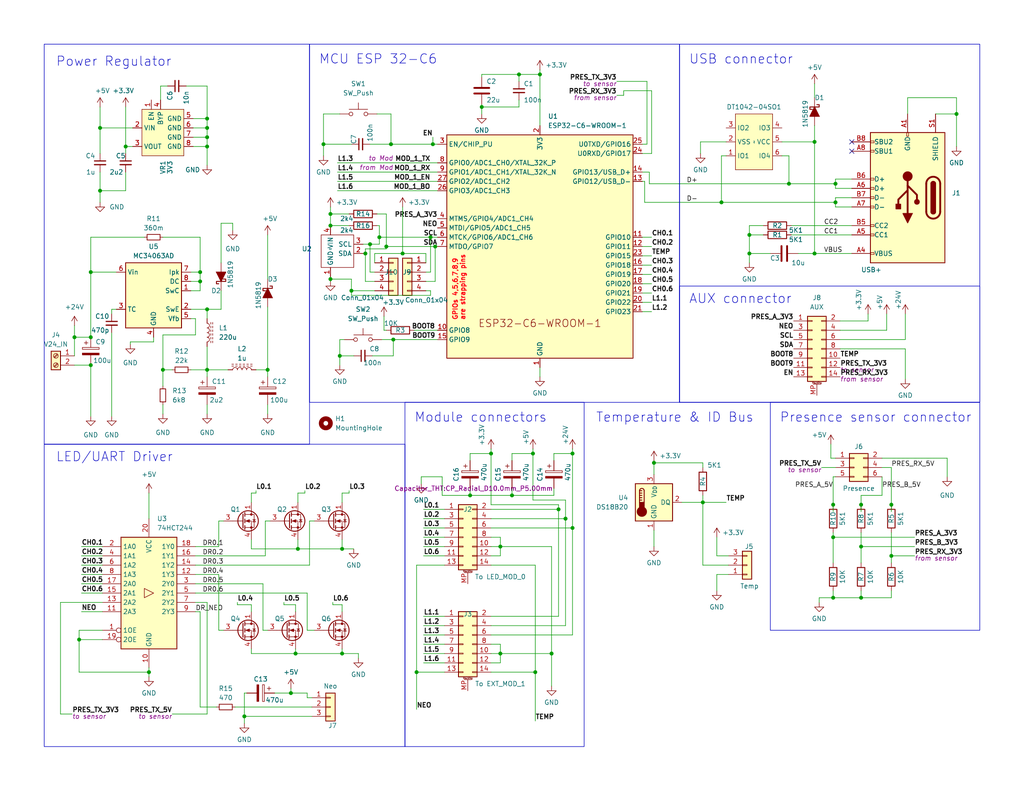
<source format=kicad_sch>
(kicad_sch (version 20230121) (generator eeschema)
  (paper "USLetter")
  (title_block (title "besteLampe! LED Main Moudule") (date "2024-01-07") (rev "1.0") (comment 1 "See  https://lenaschimmel.de/besteLampe! for the source and more information") (comment 2 "This source describes Open Hardware and is licensed under the CERN-OHL-S v2.") (comment 3 "Copyright 2024 Lena Schimmel <mail@lenaschimmel.de>") (comment 4 "Design for JLCPCB 1-2 Layer Service"))
  (junction (at 27.305 34.925))
  (junction (at 44.45 100.965))
  (junction (at 156.21 144.145))
  (junction (at 93.345 178.435))
  (junction (at 27.305 52.07))
  (junction (at 243.205 151.765))
  (junction (at 150.495 178.435))
  (junction (at 90.17 58.42))
  (junction (at 234.95 137.795))
  (junction (at 117.475 64.77))
  (junction (at 20.32 92.075))
  (junction (at 178.435 126.365))
  (junction (at 131.445 29.21))
  (junction (at 227.965 50.165))
  (junction (at 107.315 92.71))
  (junction (at 34.29 40.005))
  (junction (at 109.855 69.215))
  (junction (at 227.965 55.245))
  (junction (at 227.33 163.195))
  (junction (at 139.7 135.255))
  (junction (at 243.205 137.795))
  (junction (at 80.645 178.435))
  (junction (at 92.71 97.155))
  (junction (at 204.47 64.135))
  (junction (at 227.33 146.685))
  (junction (at 106.68 39.37))
  (junction (at 152.4 139.065))
  (junction (at 93.345 149.86))
  (junction (at 90.17 61.595))
  (junction (at 154.305 141.605))
  (junction (at 40.64 183.515))
  (junction (at 156.21 123.825))
  (junction (at 56.515 37.465))
  (junction (at 56.515 32.385))
  (junction (at 234.95 163.195))
  (junction (at 99.695 69.215))
  (junction (at 79.375 189.23))
  (junction (at 204.47 69.215))
  (junction (at 196.85 55.245))
  (junction (at 100.965 66.675))
  (junction (at 66.675 195.58))
  (junction (at 215.265 50.165))
  (junction (at 90.17 76.2))
  (junction (at 141.605 20.32))
  (junction (at 146.05 183.515))
  (junction (at 145.415 123.825))
  (junction (at 24.765 92.075))
  (junction (at 24.765 74.295))
  (junction (at 128.27 135.255))
  (junction (at 24.765 99.695))
  (junction (at 234.95 149.225))
  (junction (at 56.515 84.455))
  (junction (at 136.525 178.435))
  (junction (at 113.665 183.515))
  (junction (at 136.525 149.225))
  (junction (at 54.61 76.835))
  (junction (at 81.28 149.86))
  (junction (at 133.985 123.825))
  (junction (at 260.985 31.115))
  (junction (at 191.77 137.16))
  (junction (at 56.515 34.925))
  (junction (at 227.33 137.795))
  (junction (at 21.59 174.625))
  (junction (at 118.11 39.37))
  (junction (at 56.515 100.965))
  (junction (at 88.265 39.37))
  (junction (at 147.32 20.32))
  (junction (at 73.025 100.965))
  (junction (at 222.25 38.735))
  (junction (at 222.25 69.215))
  (junction (at 54.61 74.295))
  (junction (at 103.505 64.77))
  (junction (at 118.745 67.31))
  (junction (at 105.41 67.31))
  (junction (at 56.515 40.005))
  (junction (at 95.885 79.375))
  (no_connect (at 232.41 38.735))
  (no_connect (at 232.41 41.275))
  (wire (pts (xy 69.85 134.62) (xy 68.58 134.62)))
  (wire (pts (xy 44.45 91.44) (xy 44.45 100.965)))
  (wire (pts (xy 147.32 100.33) (xy 147.32 102.87)))
  (wire (pts (xy 83.82 161.925) (xy 83.82 172.085)))
  (wire (pts (xy 92.71 97.155) (xy 96.52 97.155)))
  (wire (pts (xy 102.87 31.115) (xy 106.68 31.115)))
  (wire (pts (xy 52.07 100.965) (xy 56.515 100.965)))
  (wire (pts (xy 120.65 130.175) (xy 120.65 135.255)))
  (wire (pts (xy 20.32 88.9) (xy 20.32 92.075)))
  (wire (pts (xy 100.965 66.675) (xy 103.505 66.675)))
  (wire (pts (xy 175.26 82.55) (xy 177.8 82.55)))
  (wire (pts (xy 103.505 61.595) (xy 103.505 64.77)))
  (wire (pts (xy 191.77 137.16) (xy 191.77 135.255)))
  (wire (pts (xy 147.32 20.32) (xy 147.32 34.29)))
  (wire (pts (xy 56.515 164.465) (xy 53.34 164.465)))
  (wire (pts (xy 34.29 40.005) (xy 34.29 41.91)))
  (wire (pts (xy 22.225 161.925) (xy 27.94 161.925)))
  (wire (pts (xy 68.58 134.62) (xy 68.58 137.16)))
  (wire (pts (xy 176.53 39.37) (xy 176.53 22.225)))
  (wire (pts (xy 213.36 42.545) (xy 215.265 42.545)))
  (wire (pts (xy 234.95 139.7) (xy 234.95 137.795)))
  (wire (pts (xy 116.205 69.215) (xy 109.855 69.215)))
  (wire (pts (xy 102.235 69.215) (xy 109.855 69.215)))
  (wire (pts (xy 56.515 94.615) (xy 56.515 100.965)))
  (wire (pts (xy 60.325 84.455) (xy 60.325 79.375)))
  (wire (pts (xy 156.21 122.555) (xy 156.21 123.825)))
  (wire (pts (xy 59.69 149.225) (xy 59.69 142.24)))
  (wire (pts (xy 222.25 34.29) (xy 222.25 38.735)))
  (wire (pts (xy 93.345 134.62) (xy 93.345 137.16)))
  (wire (pts (xy 116.205 79.375) (xy 117.475 79.375)))
  (wire (pts (xy 93.345 165.1) (xy 93.345 167.005)))
  (wire (pts (xy 118.745 67.31) (xy 119.38 67.31)))
  (wire (pts (xy 243.205 151.765) (xy 243.205 153.67)))
  (wire (pts (xy 208.28 61.595) (xy 204.47 61.595)))
  (wire (pts (xy 79.375 189.23) (xy 79.375 187.96)))
  (wire (pts (xy 99.06 66.675) (xy 100.965 66.675)))
  (wire (pts (xy 72.39 142.24) (xy 73.66 142.24)))
  (wire (pts (xy 92.075 46.99) (xy 119.38 46.99)))
  (wire (pts (xy 102.235 71.755) (xy 102.235 69.215)))
  (wire (pts (xy 52.705 37.465) (xy 56.515 37.465)))
  (wire (pts (xy 234.95 163.195) (xy 243.205 163.195)))
  (wire (pts (xy 175.26 80.01) (xy 177.8 80.01)))
  (wire (pts (xy 102.235 79.375) (xy 95.885 79.375)))
  (wire (pts (xy 56.515 34.925) (xy 56.515 37.465)))
  (wire (pts (xy 60.325 60.96) (xy 60.325 71.755)))
  (wire (pts (xy 175.26 85.09) (xy 177.8 85.09)))
  (wire (pts (xy 27.94 172.085) (xy 21.59 172.085)))
  (wire (pts (xy 100.965 74.295) (xy 100.965 66.675)))
  (wire (pts (xy 152.4 139.065) (xy 152.4 168.275)))
  (wire (pts (xy 198.12 38.735) (xy 191.135 38.735)))
  (wire (pts (xy 227.965 56.515) (xy 227.965 55.245)))
  (wire (pts (xy 83.185 134.62) (xy 81.28 134.62)))
  (wire (pts (xy 215.9 64.135) (xy 232.41 64.135)))
  (wire (pts (xy 88.265 39.37) (xy 95.885 39.37)))
  (wire (pts (xy 95.25 61.595) (xy 90.17 61.595)))
  (wire (pts (xy 53.34 86.995) (xy 52.07 86.995)))
  (wire (pts (xy 114.935 130.175) (xy 120.65 130.175)))
  (wire (pts (xy 27.305 52.07) (xy 27.305 46.99)))
  (wire (pts (xy 54.61 74.295) (xy 54.61 64.77)))
  (wire (pts (xy 128.27 123.825) (xy 133.985 123.825)))
  (wire (pts (xy 54.61 79.375) (xy 52.07 79.375)))
  (wire (pts (xy 80.645 177.165) (xy 80.645 178.435)))
  (wire (pts (xy 90.17 58.42) (xy 95.25 58.42)))
  (wire (pts (xy 191.77 126.365) (xy 178.435 126.365)))
  (wire (pts (xy 54.61 76.835) (xy 52.07 76.835)))
  (wire (pts (xy 73.025 64.135) (xy 73.025 76.2)))
  (wire (pts (xy 226.695 125.095) (xy 227.965 125.095)))
  (wire (pts (xy 63.5 60.96) (xy 60.325 60.96)))
  (wire (pts (xy 90.17 75.565) (xy 90.17 76.2)))
  (wire (pts (xy 97.79 178.435) (xy 97.79 179.705)))
  (wire (pts (xy 133.985 180.975) (xy 136.525 180.975)))
  (wire (pts (xy 175.895 55.245) (xy 196.85 55.245)))
  (wire (pts (xy 53.34 167.005) (xy 54.61 167.005)))
  (wire (pts (xy 234.95 153.67) (xy 234.95 149.225)))
  (wire (pts (xy 115.57 168.275) (xy 121.285 168.275)))
  (wire (pts (xy 128.27 133.35) (xy 128.27 135.255)))
  (wire (pts (xy 147.32 19.05) (xy 147.32 20.32)))
  (wire (pts (xy 44.45 100.965) (xy 44.45 105.41)))
  (wire (pts (xy 136.525 146.685) (xy 136.525 149.225)))
  (wire (pts (xy 113.665 154.305) (xy 121.285 154.305)))
  (wire (pts (xy 44.45 110.49) (xy 44.45 113.03)))
  (wire (pts (xy 54.61 167.005) (xy 54.61 193.04)))
  (wire (pts (xy 175.26 67.31) (xy 177.8 67.31)))
  (wire (pts (xy 186.055 137.16) (xy 191.77 137.16)))
  (wire (pts (xy 90.17 56.515) (xy 90.17 58.42)))
  (wire (pts (xy 222.25 22.86) (xy 222.25 26.67)))
  (wire (pts (xy 118.745 76.835) (xy 118.745 67.31)))
  (wire (pts (xy 107.315 92.71) (xy 104.14 92.71)))
  (wire (pts (xy 128.27 135.255) (xy 139.7 135.255)))
  (wire (pts (xy 53.34 149.225) (xy 59.69 149.225)))
  (wire (pts (xy 20.32 97.155) (xy 20.32 92.075)))
  (wire (pts (xy 83.82 172.085) (xy 85.725 172.085)))
  (wire (pts (xy 175.895 49.53) (xy 175.895 55.245)))
  (wire (pts (xy 39.37 64.77) (xy 24.765 64.77)))
  (wire (pts (xy 115.57 141.605) (xy 121.285 141.605)))
  (wire (pts (xy 81.28 149.86) (xy 68.58 149.86)))
  (wire (pts (xy 64.135 193.04) (xy 85.09 193.04)))
  (wire (pts (xy 260.985 31.115) (xy 260.985 40.005)))
  (wire (pts (xy 84.455 142.24) (xy 85.725 142.24)))
  (wire (pts (xy 107.315 97.155) (xy 107.315 92.71)))
  (wire (pts (xy 191.77 137.16) (xy 198.12 137.16)))
  (wire (pts (xy 240.665 127.635) (xy 243.205 127.635)))
  (wire (pts (xy 53.34 86.995) (xy 53.34 91.44)))
  (wire (pts (xy 103.505 66.675) (xy 103.505 64.77)))
  (wire (pts (xy 106.68 39.37) (xy 118.11 39.37)))
  (wire (pts (xy 175.895 49.53) (xy 175.26 49.53)))
  (wire (pts (xy 79.375 189.23) (xy 83.82 189.23)))
  (wire (pts (xy 236.855 87.63) (xy 236.855 85.725)))
  (wire (pts (xy 54.61 74.295) (xy 52.07 74.295)))
  (wire (pts (xy 83.82 189.23) (xy 83.82 190.5)))
  (wire (pts (xy 113.665 183.515) (xy 121.285 183.515)))
  (wire (pts (xy 118.11 37.465) (xy 118.11 39.37)))
  (wire (pts (xy 227.965 55.245) (xy 227.965 53.975)))
  (wire (pts (xy 59.69 156.845) (xy 59.69 172.085)))
  (wire (pts (xy 227.33 163.195) (xy 227.33 161.29)))
  (wire (pts (xy 215.265 42.545) (xy 215.265 50.165)))
  (wire (pts (xy 178.435 144.78) (xy 178.435 149.225)))
  (wire (pts (xy 195.58 151.765) (xy 195.58 146.685)))
  (wire (pts (xy 133.985 122.555) (xy 133.985 123.825)))
  (wire (pts (xy 83.82 190.5) (xy 85.09 190.5)))
  (wire (pts (xy 106.68 31.115) (xy 106.68 39.37)))
  (wire (pts (xy 227.965 51.435) (xy 232.41 51.435)))
  (wire (pts (xy 56.515 100.965) (xy 62.23 100.965)))
  (wire (pts (xy 191.77 127.635) (xy 191.77 126.365)))
  (wire (pts (xy 93.345 177.165) (xy 93.345 178.435)))
  (wire (pts (xy 59.69 142.24) (xy 60.96 142.24)))
  (wire (pts (xy 40.64 183.515) (xy 40.64 184.785)))
  (wire (pts (xy 229.235 90.17) (xy 241.935 90.17)))
  (wire (pts (xy 145.415 136.525) (xy 145.415 123.825)))
  (wire (pts (xy 196.85 55.245) (xy 227.965 55.245)))
  (wire (pts (xy 40.64 134.62) (xy 40.64 141.605)))
  (wire (pts (xy 102.235 74.295) (xy 100.965 74.295)))
  (wire (pts (xy 113.665 193.675) (xy 113.665 183.515)))
  (wire (pts (xy 131.445 29.21) (xy 131.445 31.115)))
  (wire (pts (xy 154.305 136.525) (xy 145.415 136.525)))
  (wire (pts (xy 170.18 26.035) (xy 170.18 24.765)))
  (wire (pts (xy 73.025 100.965) (xy 69.85 100.965)))
  (wire (pts (xy 103.505 64.77) (xy 117.475 64.77)))
  (wire (pts (xy 115.57 180.975) (xy 121.285 180.975)))
  (wire (pts (xy 66.675 189.23) (xy 66.675 195.58)))
  (wire (pts (xy 24.765 92.075) (xy 24.765 74.295)))
  (wire (pts (xy 56.515 32.385) (xy 56.515 34.925)))
  (wire (pts (xy 95.885 80.645) (xy 95.885 79.375)))
  (wire (pts (xy 71.755 159.385) (xy 53.34 159.385)))
  (wire (pts (xy 115.57 173.355) (xy 121.285 173.355)))
  (wire (pts (xy 133.985 154.305) (xy 146.05 154.305)))
  (wire (pts (xy 74.93 189.23) (xy 79.375 189.23)))
  (wire (pts (xy 22.225 167.005) (xy 27.94 167.005)))
  (wire (pts (xy 53.34 91.44) (xy 44.45 91.44)))
  (wire (pts (xy 22.225 151.765) (xy 27.94 151.765)))
  (wire (pts (xy 227.33 130.175) (xy 227.965 130.175)))
  (wire (pts (xy 56.515 23.495) (xy 56.515 32.385)))
  (wire (pts (xy 247.015 95.25) (xy 247.015 103.505)))
  (wire (pts (xy 71.755 172.085) (xy 73.025 172.085)))
  (wire (pts (xy 133.985 175.895) (xy 136.525 175.895)))
  (wire (pts (xy 115.57 178.435) (xy 121.285 178.435)))
  (wire (pts (xy 241.935 85.725) (xy 241.935 90.17)))
  (wire (pts (xy 56.515 110.49) (xy 56.515 113.03)))
  (wire (pts (xy 68.58 177.165) (xy 68.58 178.435)))
  (wire (pts (xy 170.18 24.765) (xy 177.8 24.765)))
  (wire (pts (xy 92.075 49.53) (xy 119.38 49.53)))
  (wire (pts (xy 92.71 97.155) (xy 92.71 99.695)))
  (wire (pts (xy 104.775 90.17) (xy 105.41 90.17)))
  (wire (pts (xy 115.57 144.145) (xy 121.285 144.145)))
  (wire (pts (xy 30.48 84.455) (xy 31.75 84.455)))
  (wire (pts (xy 88.265 39.37) (xy 88.265 42.545)))
  (wire (pts (xy 103.505 61.595) (xy 102.87 61.595)))
  (wire (pts (xy 175.26 41.91) (xy 177.8 41.91)))
  (wire (pts (xy 22.225 156.845) (xy 27.94 156.845)))
  (wire (pts (xy 117.475 64.77) (xy 119.38 64.77)))
  (wire (pts (xy 136.525 149.225) (xy 150.495 149.225)))
  (wire (pts (xy 152.4 137.795) (xy 152.4 139.065)))
  (wire (pts (xy 175.26 69.85) (xy 177.8 69.85)))
  (wire (pts (xy 178.435 126.365) (xy 178.435 129.54)))
  (wire (pts (xy 217.805 69.215) (xy 222.25 69.215)))
  (wire (pts (xy 227.965 48.895) (xy 227.965 50.165)))
  (wire (pts (xy 243.205 139.7) (xy 243.205 137.795)))
  (wire (pts (xy 133.985 139.065) (xy 152.4 139.065)))
  (wire (pts (xy 133.985 178.435) (xy 136.525 178.435)))
  (wire (pts (xy 105.41 67.31) (xy 105.41 67.945)))
  (wire (pts (xy 168.275 26.035) (xy 170.18 26.035)))
  (wire (pts (xy 56.515 100.965) (xy 56.515 102.87)))
  (wire (pts (xy 156.21 123.825) (xy 156.21 144.145)))
  (wire (pts (xy 175.26 74.93) (xy 177.8 74.93)))
  (wire (pts (xy 227.33 146.685) (xy 227.33 145.415)))
  (wire (pts (xy 198.755 151.765) (xy 195.58 151.765)))
  (wire (pts (xy 131.445 28.575) (xy 131.445 29.21)))
  (wire (pts (xy 41.91 93.345) (xy 41.91 92.075)))
  (wire (pts (xy 95.25 133.985) (xy 95.25 134.62)))
  (wire (pts (xy 198.755 154.305) (xy 191.77 154.305)))
  (wire (pts (xy 35.56 93.98) (xy 35.56 93.345)))
  (wire (pts (xy 90.805 164.465) (xy 90.805 165.1)))
  (wire (pts (xy 243.205 127.635) (xy 243.205 137.795)))
  (wire (pts (xy 131.445 20.955) (xy 131.445 20.32)))
  (wire (pts (xy 115.57 149.225) (xy 121.285 149.225)))
  (wire (pts (xy 139.7 123.825) (xy 145.415 123.825)))
  (wire (pts (xy 118.11 39.37) (xy 119.38 39.37)))
  (wire (pts (xy 56.515 37.465) (xy 56.515 40.005)))
  (wire (pts (xy 72.39 151.765) (xy 72.39 142.24)))
  (wire (pts (xy 133.985 151.765) (xy 136.525 151.765)))
  (wire (pts (xy 175.26 64.77) (xy 177.8 64.77)))
  (wire (pts (xy 64.77 164.465) (xy 64.77 165.1)))
  (wire (pts (xy 21.59 174.625) (xy 27.94 174.625)))
  (wire (pts (xy 141.605 27.305) (xy 141.605 29.21)))
  (wire (pts (xy 247.65 31.115) (xy 247.65 26.67)))
  (wire (pts (xy 120.65 135.255) (xy 128.27 135.255)))
  (wire (pts (xy 133.985 123.825) (xy 133.985 137.795)))
  (wire (pts (xy 133.985 149.225) (xy 136.525 149.225)))
  (wire (pts (xy 53.34 156.845) (xy 59.69 156.845)))
  (wire (pts (xy 154.305 141.605) (xy 154.305 170.815)))
  (wire (pts (xy 215.9 61.595) (xy 232.41 61.595)))
  (wire (pts (xy 139.7 133.35) (xy 139.7 135.255)))
  (wire (pts (xy 117.475 80.645) (xy 95.885 80.645)))
  (wire (pts (xy 141.605 20.32) (xy 147.32 20.32)))
  (wire (pts (xy 107.315 92.71) (xy 119.38 92.71)))
  (wire (pts (xy 43.815 23.495) (xy 43.815 27.305)))
  (wire (pts (xy 30.48 90.805) (xy 30.48 113.665)))
  (wire (pts (xy 88.265 39.37) (xy 88.265 31.115)))
  (wire (pts (xy 234.95 163.195) (xy 234.95 161.29)))
  (wire (pts (xy 115.57 139.065) (xy 121.285 139.065)))
  (wire (pts (xy 177.8 24.765) (xy 177.8 41.91)))
  (wire (pts (xy 99.695 67.945) (xy 99.695 69.215)))
  (wire (pts (xy 227.33 139.7) (xy 227.33 137.795)))
  (wire (pts (xy 113.665 183.515) (xy 113.665 154.305)))
  (wire (pts (xy 227.33 163.195) (xy 234.95 163.195)))
  (wire (pts (xy 146.05 154.305) (xy 146.05 183.515)))
  (wire (pts (xy 133.985 146.685) (xy 136.525 146.685)))
  (wire (pts (xy 22.225 154.305) (xy 27.94 154.305)))
  (wire (pts (xy 175.26 77.47) (xy 177.8 77.47)))
  (wire (pts (xy 53.34 151.765) (xy 72.39 151.765)))
  (wire (pts (xy 50.8 23.495) (xy 56.515 23.495)))
  (wire (pts (xy 24.765 99.695) (xy 24.765 113.665)))
  (wire (pts (xy 56.515 84.455) (xy 56.515 86.995)))
  (wire (pts (xy 224.155 127.635) (xy 227.965 127.635)))
  (wire (pts (xy 102.235 76.835) (xy 99.695 76.835)))
  (wire (pts (xy 131.445 20.32) (xy 141.605 20.32)))
  (wire (pts (xy 20.32 92.075) (xy 24.765 92.075)))
  (wire (pts (xy 232.41 69.215) (xy 222.25 69.215)))
  (wire (pts (xy 116.205 76.835) (xy 118.745 76.835)))
  (wire (pts (xy 232.41 48.895) (xy 227.965 48.895)))
  (wire (pts (xy 204.47 64.135) (xy 208.28 64.135)))
  (wire (pts (xy 92.71 97.155) (xy 92.71 92.71)))
  (wire (pts (xy 27.305 34.925) (xy 36.195 34.925)))
  (wire (pts (xy 260.985 26.67) (xy 260.985 31.115)))
  (wire (pts (xy 234.95 149.225) (xy 249.555 149.225)))
  (wire (pts (xy 52.07 84.455) (xy 56.515 84.455)))
  (wire (pts (xy 90.805 165.1) (xy 93.345 165.1)))
  (wire (pts (xy 56.515 194.945) (xy 46.99 194.945)))
  (wire (pts (xy 196.85 42.545) (xy 196.85 55.245)))
  (wire (pts (xy 227.33 153.67) (xy 227.33 146.685)))
  (wire (pts (xy 16.51 164.465) (xy 16.51 194.945)))
  (wire (pts (xy 21.59 174.625) (xy 21.59 183.515)))
  (wire (pts (xy 56.515 84.455) (xy 60.325 84.455)))
  (wire (pts (xy 81.28 134.62) (xy 81.28 137.16)))
  (wire (pts (xy 229.235 87.63) (xy 236.855 87.63)))
  (wire (pts (xy 92.71 92.71) (xy 93.98 92.71)))
  (wire (pts (xy 105.41 58.42) (xy 105.41 67.31)))
  (wire (pts (xy 204.47 61.595) (xy 204.47 64.135)))
  (wire (pts (xy 45.72 23.495) (xy 43.815 23.495)))
  (wire (pts (xy 204.47 69.215) (xy 210.185 69.215)))
  (wire (pts (xy 73.025 83.82) (xy 73.025 100.965)))
  (wire (pts (xy 54.61 76.835) (xy 54.61 79.375)))
  (wire (pts (xy 34.29 40.005) (xy 36.195 40.005)))
  (wire (pts (xy 83.185 133.985) (xy 83.185 134.62)))
  (wire (pts (xy 213.36 38.735) (xy 222.25 38.735)))
  (wire (pts (xy 73.025 110.49) (xy 73.025 113.03)))
  (wire (pts (xy 54.61 64.77) (xy 44.45 64.77)))
  (wire (pts (xy 258.445 125.095) (xy 258.445 130.175)))
  (wire (pts (xy 223.52 163.195) (xy 223.52 164.465)))
  (wire (pts (xy 22.225 149.225) (xy 27.94 149.225)))
  (wire (pts (xy 114.935 132.08) (xy 114.935 130.175)))
  (wire (pts (xy 151.13 123.825) (xy 156.21 123.825)))
  (wire (pts (xy 195.58 161.29) (xy 195.58 156.845)))
  (wire (pts (xy 198.12 42.545) (xy 196.85 42.545)))
  (wire (pts (xy 90.17 76.2) (xy 90.17 76.835)))
  (wire (pts (xy 113.03 90.17) (xy 119.38 90.17)))
  (wire (pts (xy 133.985 144.145) (xy 156.21 144.145)))
  (wire (pts (xy 90.17 58.42) (xy 90.17 61.595)))
  (wire (pts (xy 80.645 165.1) (xy 80.645 167.005)))
  (wire (pts (xy 30.48 85.725) (xy 30.48 84.455)))
  (wire (pts (xy 80.645 178.435) (xy 93.345 178.435)))
  (wire (pts (xy 177.165 50.165) (xy 215.265 50.165)))
  (wire (pts (xy 100.965 39.37) (xy 106.68 39.37)))
  (wire (pts (xy 59.69 172.085) (xy 60.96 172.085)))
  (wire (pts (xy 151.13 135.255) (xy 151.13 133.35)))
  (wire (pts (xy 64.77 165.1) (xy 68.58 165.1)))
  (wire (pts (xy 21.59 183.515) (xy 40.64 183.515)))
  (wire (pts (xy 133.985 168.275) (xy 152.4 168.275)))
  (wire (pts (xy 227.33 146.685) (xy 249.555 146.685)))
  (wire (pts (xy 204.47 69.215) (xy 204.47 71.755)))
  (wire (pts (xy 40.64 182.245) (xy 40.64 183.515)))
  (wire (pts (xy 234.95 149.225) (xy 234.95 145.415)))
  (wire (pts (xy 247.65 26.67) (xy 260.985 26.67)))
  (wire (pts (xy 27.305 41.91) (xy 27.305 34.925)))
  (wire (pts (xy 67.31 189.23) (xy 66.675 189.23)))
  (wire (pts (xy 24.765 74.295) (xy 31.75 74.295)))
  (wire (pts (xy 175.26 46.99) (xy 177.165 46.99)))
  (wire (pts (xy 104.775 86.36) (xy 104.775 90.17)))
  (wire (pts (xy 227.965 50.165) (xy 227.965 51.435)))
  (wire (pts (xy 156.21 144.145) (xy 156.21 173.355)))
  (wire (pts (xy 178.435 125.73) (xy 178.435 126.365)))
  (wire (pts (xy 215.265 50.165) (xy 227.965 50.165)))
  (wire (pts (xy 204.47 64.135) (xy 204.47 69.215)))
  (wire (pts (xy 93.345 178.435) (xy 97.79 178.435)))
  (wire (pts (xy 99.06 69.215) (xy 99.695 69.215)))
  (wire (pts (xy 177.165 46.99) (xy 177.165 50.165)))
  (wire (pts (xy 68.58 178.435) (xy 80.645 178.435)))
  (wire (pts (xy 115.57 170.815) (xy 121.285 170.815)))
  (wire (pts (xy 133.985 170.815) (xy 154.305 170.815)))
  (wire (pts (xy 234.95 137.795) (xy 234.95 135.255)))
  (wire (pts (xy 117.475 79.375) (xy 117.475 80.645)))
  (wire (pts (xy 105.41 67.31) (xy 118.745 67.31)))
  (wire (pts (xy 191.135 38.735) (xy 191.135 41.91)))
  (wire (pts (xy 16.51 194.945) (xy 19.685 194.945)))
  (wire (pts (xy 85.09 195.58) (xy 66.675 195.58)))
  (wire (pts (xy 71.755 159.385) (xy 71.755 172.085)))
  (wire (pts (xy 84.455 154.305) (xy 84.455 142.24)))
  (wire (pts (xy 226.695 121.285) (xy 226.695 125.095)))
  (wire (pts (xy 232.41 56.515) (xy 227.965 56.515)))
  (wire (pts (xy 66.675 195.58) (xy 66.675 197.485)))
  (wire (pts (xy 52.705 34.925) (xy 56.515 34.925)))
  (wire (pts (xy 243.205 145.415) (xy 243.205 151.765)))
  (wire (pts (xy 139.7 125.73) (xy 139.7 123.825)))
  (wire (pts (xy 69.85 133.985) (xy 69.85 134.62)))
  (wire (pts (xy 88.265 31.115) (xy 92.71 31.115)))
  (wire (pts (xy 240.665 130.175) (xy 240.665 135.255)))
  (wire (pts (xy 195.58 156.845) (xy 198.755 156.845)))
  (wire (pts (xy 52.705 40.005) (xy 56.515 40.005)))
  (wire (pts (xy 115.57 146.685) (xy 121.285 146.685)))
  (wire (pts (xy 229.235 92.71) (xy 247.015 92.71)))
  (wire (pts (xy 35.56 93.345) (xy 41.91 93.345)))
  (wire (pts (xy 115.57 175.895) (xy 121.285 175.895)))
  (wire (pts (xy 240.665 135.255) (xy 234.95 135.255)))
  (wire (pts (xy 22.225 159.385) (xy 27.94 159.385)))
  (wire (pts (xy 128.27 125.73) (xy 128.27 123.825)))
  (wire (pts (xy 77.47 164.465) (xy 77.47 165.1)))
  (wire (pts (xy 223.52 163.195) (xy 227.33 163.195)))
  (wire (pts (xy 136.525 178.435) (xy 150.495 178.435)))
  (wire (pts (xy 24.765 64.77) (xy 24.765 74.295)))
  (wire (pts (xy 131.445 29.21) (xy 141.605 29.21)))
  (wire (pts (xy 133.985 141.605) (xy 154.305 141.605)))
  (wire (pts (xy 151.13 125.73) (xy 151.13 123.825)))
  (wire (pts (xy 109.855 69.215) (xy 109.855 56.515)))
  (wire (pts (xy 116.205 74.295) (xy 117.475 74.295)))
  (wire (pts (xy 154.305 136.525) (xy 154.305 141.605)))
  (wire (pts (xy 95.25 134.62) (xy 93.345 134.62)))
  (wire (pts (xy 116.205 71.755) (xy 116.205 69.215)))
  (wire (pts (xy 133.985 183.515) (xy 146.05 183.515)))
  (wire (pts (xy 145.415 123.825) (xy 145.415 122.555)))
  (wire (pts (xy 191.77 154.305) (xy 191.77 137.16)))
  (wire (pts (xy 139.7 135.255) (xy 151.13 135.255)))
  (wire (pts (xy 146.05 196.85) (xy 146.05 183.515)))
  (wire (pts (xy 34.29 29.21) (xy 34.29 40.005)))
  (wire (pts (xy 52.705 32.385) (xy 56.515 32.385)))
  (wire (pts (xy 222.25 38.735) (xy 222.25 69.215)))
  (wire (pts (xy 56.515 40.005) (xy 56.515 45.085)))
  (wire (pts (xy 175.26 72.39) (xy 177.8 72.39)))
  (wire (pts (xy 54.61 193.04) (xy 59.055 193.04)))
  (wire (pts (xy 247.015 92.71) (xy 247.015 85.725)))
  (wire (pts (xy 243.205 151.765) (xy 249.555 151.765)))
  (wire (pts (xy 99.695 76.835) (xy 99.695 69.215)))
  (wire (pts (xy 175.26 39.37) (xy 176.53 39.37)))
  (wire (pts (xy 95.885 76.2) (xy 90.17 76.2)))
  (wire (pts (xy 44.45 100.965) (xy 46.99 100.965)))
  (wire (pts (xy 27.305 29.21) (xy 27.305 34.925)))
  (wire (pts (xy 150.495 149.225) (xy 150.495 178.435)))
  (wire (pts (xy 136.525 175.895) (xy 136.525 178.435)))
  (wire (pts (xy 93.345 149.86) (xy 96.52 149.86)))
  (wire (pts (xy 168.275 22.225) (xy 176.53 22.225)))
  (wire (pts (xy 255.27 31.115) (xy 260.985 31.115)))
  (wire (pts (xy 77.47 165.1) (xy 80.645 165.1)))
  (wire (pts (xy 54.61 74.295) (xy 54.61 76.835)))
  (wire (pts (xy 229.235 95.25) (xy 247.015 95.25)))
  (wire (pts (xy 68.58 165.1) (xy 68.58 167.005)))
  (wire (pts (xy 81.28 147.32) (xy 81.28 149.86)))
  (wire (pts (xy 93.345 149.86) (xy 81.28 149.86)))
  (wire (pts (xy 68.58 149.86) (xy 68.58 147.32)))
  (wire (pts (xy 115.57 151.765) (xy 121.285 151.765)))
  (wire (pts (xy 73.025 102.87) (xy 73.025 100.965)))
  (wire (pts (xy 83.82 161.925) (xy 53.34 161.925)))
  (wire (pts (xy 92.075 44.45) (xy 119.38 44.45)))
  (wire (pts (xy 150.495 178.435) (xy 150.495 187.325)))
  (wire (pts (xy 63.5 62.865) (xy 63.5 60.96)))
  (wire (pts (xy 93.345 147.32) (xy 93.345 149.86)))
  (wire (pts (xy 56.515 164.465) (xy 56.515 194.945)))
  (wire (pts (xy 27.305 52.07) (xy 34.29 52.07)))
  (wire (pts (xy 95.885 79.375) (xy 95.885 76.2)))
  (wire (pts (xy 243.205 163.195) (xy 243.205 161.29)))
  (wire (pts (xy 227.33 130.175) (xy 227.33 137.795)))
  (wire (pts (xy 102.87 58.42) (xy 105.41 58.42)))
  (wire (pts (xy 21.59 172.085) (xy 21.59 174.625)))
  (wire (pts (xy 101.6 97.155) (xy 107.315 97.155)))
  (wire (pts (xy 34.29 46.99) (xy 34.29 52.07)))
  (wire (pts (xy 141.605 20.32) (xy 141.605 22.225)))
  (wire (pts (xy 117.475 74.295) (xy 117.475 64.77)))
  (wire (pts (xy 99.695 67.945) (xy 105.41 67.945)))
  (wire (pts (xy 227.965 53.975) (xy 232.41 53.975)))
  (wire (pts (xy 27.305 55.245) (xy 27.305 52.07)))
  (wire (pts (xy 92.075 52.07) (xy 119.38 52.07)))
  (wire (pts (xy 53.34 154.305) (xy 84.455 154.305)))
  (wire (pts (xy 136.525 149.225) (xy 136.525 151.765)))
  (wire (pts (xy 136.525 180.975) (xy 136.525 178.435)))
  (wire (pts (xy 27.94 164.465) (xy 16.51 164.465)))
  (wire (pts (xy 133.985 137.795) (xy 152.4 137.795)))
  (wire (pts (xy 20.32 99.695) (xy 24.765 99.695)))
  (wire (pts (xy 240.665 125.095) (xy 258.445 125.095)))
  (wire (pts (xy 133.985 173.355) (xy 156.21 173.355)))
  (rectangle (start 110.49 109.855) (end 159.385 203.835))
  (rectangle (start 12.065 12.065) (end 84.455 121.285))
  (rectangle (start 12.065 121.285) (end 110.49 203.835))
  (rectangle (start 185.42 78.105) (end 267.335 109.855))
  (rectangle (start 185.42 12.065) (end 267.335 109.855))
  (rectangle (start 84.455 12.065) (end 185.42 109.855))
  (rectangle (start 210.185 109.855) (end 267.335 172.085))
  (text "Temperature & ID Bus" (at 162.56 115.57 0) (effects (font (size 2.54 2.54)) (justify left bottom)))
  (text "Power Regulator" (at 15.24 18.415 0) (effects (font (size 2.54 2.54)) (justify left bottom)))
  (text "Presence sensor connector" (at 212.725 115.57 0) (effects (font (size 2.54 2.54)) (justify left bottom)))
  (text "Module connectors" (at 113.03 115.57 0) (effects (font (size 2.54 2.54)) (justify left bottom)))
  (text "AUX connector" (at 187.96 83.185 0) (effects (font (size 2.54 2.54)) (justify left bottom)))
  (text "MCU ESP 32-C6" (at 86.995 17.78 0) (effects (font (size 2.54 2.54)) (justify left bottom)))
  (text "GPIOs 4,5,6,7,8,9 \nare strapping pins" (at 127 87.63 90) (effects (font (size 1.27 1.27) bold) (justify left bottom)))
  (text "USB connector" (at 187.96 17.78 0) (effects (font (size 2.54 2.54)) (justify left bottom)))
  (text "LED/UART Driver" (at 15.24 126.365 0) (effects (font (size 2.54 2.54)) (justify left bottom)))
  (label "PRES_A_5V" (at 227.33 133.35 180))
  (label "SDA" (at 216.535 95.25 180) (effects (font bold)))
  (label "PRES_TX_3V3" (at 168.275 22.225 180) (effects (font bold)) (property "Comment" "to sensor" (at 168.275 22.86 0) (effects (font italic) (justify right))))
  (label "PRES_RX_3V3" (at 249.555 151.765 0) (effects (font bold)) (property "Comment" "from sensor" (at 249.555 152.4 0) (effects (font italic) (justify left))))
  (label "DR0.1" (at 55.245 149.225 0))
  (label "L1.4" (at 92.075 46.99 0) (effects (font bold)))
  (label "L0.6" (at 90.805 164.465 0) (effects (font bold)))
  (label "DR0.2" (at 55.245 151.765 0))
  (label "CH0.2" (at 177.8 67.31 0) (effects (font bold)))
  (label "PRES_TX_5V" (at 224.155 127.635 180) (effects (font bold)) (property "Comment" "to sensor" (at 224.155 128.27 0) (effects (font italic) (justify right))))
  (label "L1.5" (at 115.57 178.435 0) (effects (font bold)))
  (label "PRES_TX_3V3" (at 19.685 194.945 0) (effects (font bold)) (property "Comment" "to sensor" (at 19.685 195.58 0) (effects (font italic) (justify left))))
  (label "DR0.4" (at 55.245 156.845 0))
  (label "L1.4" (at 115.57 175.895 0) (effects (font bold)))
  (label "L1.1" (at 115.57 168.275 0) (effects (font bold)))
  (label "CH0.1" (at 177.8 64.77 0) (effects (font bold)))
  (label "BOOT9" (at 216.535 100.33 180) (effects (font bold)))
  (label "L0.1" (at 115.57 139.065 0) (effects (font bold)))
  (label "VBUS" (at 229.87 69.215 180))
  (label "PRES_TX_5V" (at 46.99 194.945 180) (effects (font bold)) (property "Comment" "to sensor" (at 46.99 195.58 0) (effects (font italic) (justify right))))
  (label "BOOT9" (at 112.395 92.71 0) (effects (font bold)))
  (label "NEO" (at 22.225 167.005 0) (effects (font bold)))
  (label "PRES_A_3V3" (at 216.535 87.63 180) (effects (font bold)))
  (label "L0.5" (at 77.47 164.465 0) (effects (font bold)))
  (label "PRES_TX_3V3" (at 229.235 100.33 0) (effects (font bold)) (property "Comment" "to sensor" (at 229.235 100.965 0) (effects (font italic) (justify left))))
  (label "BOOT8" (at 118.745 90.17 180) (effects (font bold)))
  (label "PRES_B_5V" (at 240.665 133.35 0))
  (label "L0.3" (at 95.25 133.985 0) (effects (font bold)))
  (label "SCL" (at 119.38 64.77 180) (effects (font bold)))
  (label "TEMP" (at 229.235 97.79 0) (effects (font bold)))
  (label "L0.5" (at 115.57 149.225 0) (effects (font bold)))
  (label "L1.2" (at 115.57 170.815 0) (effects (font bold)))
  (label "BOOT8" (at 216.535 97.79 180) (effects (font bold)))
  (label "CH0.1" (at 22.225 149.225 0) (effects (font bold)))
  (label "CH0.2" (at 22.225 151.765 0) (effects (font bold)))
  (label "DR0.3" (at 55.245 154.305 0))
  (label "NEO" (at 113.665 193.675 0) (effects (font bold)))
  (label "L1.5" (at 92.075 49.53 0) (effects (font bold)))
  (label "L0.3" (at 115.57 144.145 0) (effects (font bold)))
  (label "L0.4" (at 64.77 164.465 0) (effects (font bold)))
  (label "L1.6" (at 115.57 180.975 0) (effects (font bold)))
  (label "CH0.5" (at 177.8 77.47 0) (effects (font bold)))
  (label "D-" (at 187.325 55.245 0))
  (label "MOD_1_EN" (at 117.475 49.53 180) (effects (font bold)))
  (label "CH0.5" (at 22.225 159.385 0) (effects (font bold)))
  (label "CH0.6" (at 22.225 161.925 0) (effects (font bold)))
  (label "TEMP" (at 177.8 69.85 0) (effects (font bold)))
  (label "L0.2" (at 83.185 133.985 0) (effects (font bold)))
  (label "L0.4" (at 115.57 146.685 0) (effects (font bold)))
  (label "CH0.3" (at 22.225 154.305 0) (effects (font bold)))
  (label "D+" (at 187.325 50.165 0))
  (label "PRES_A_3V3" (at 249.555 146.685 0) (effects (font bold)))
  (label "NEO" (at 119.38 62.23 180) (effects (font bold)))
  (label "CH0.4" (at 22.225 156.845 0) (effects (font bold)))
  (label "MOD_1_RX" (at 117.475 46.99 180) (effects (font bold)) (property "Comment" "from Mod" (at 107.315 45.72 0) (effects (font italic) (justify right))))
  (label "CC2" (at 224.79 61.595 0))
  (label "L0.6" (at 115.57 151.765 0) (effects (font bold)))
  (label "CC1" (at 224.79 64.135 0))
  (label "DR0.5" (at 55.245 159.385 0))
  (label "PRES_RX_5V" (at 243.205 127.635 0))
  (label "PRES_A_3V3" (at 119.38 59.69 180) (effects (font bold)))
  (label "L0.2" (at 115.57 141.605 0) (effects (font bold)))
  (label "L1.2" (at 177.8 85.09 0) (effects (font bold)))
  (label "L1.3" (at 92.075 44.45 0) (effects (font bold)))
  (label "L1.6" (at 92.075 52.07 0) (effects (font bold)))
  (label "DR0.6" (at 55.245 161.925 0))
  (label "CH0.4" (at 177.8 74.93 0) (effects (font bold)))
  (label "PRES_RX_3V3" (at 229.235 102.87 0) (effects (font bold)) (property "Comment" "from sensor" (at 229.235 103.505 0) (effects (font italic) (justify left))))
  (label "L1.3" (at 115.57 173.355 0) (effects (font bold)))
  (label "EN" (at 118.11 37.465 180) (effects (font bold)))
  (label "MOD_1_TX" (at 117.475 44.45 180) (effects (font bold)) (property "Comment" "to Mod" (at 107.315 43.18 0) (effects (font italic) (justify right))))
  (label "PRES_B_3V3" (at 249.555 149.225 0) (effects (font bold)))
  (label "PRES_RX_3V3" (at 168.275 26.035 180) (effects (font bold)) (property "Comment" "from sensor" (at 168.275 26.67 0) (effects (font italic) (justify right))))
  (label "SCL" (at 216.535 92.71 180) (effects (font bold)))
  (label "CH0.6" (at 177.8 80.01 0) (effects (font bold)))
  (label "TEMP" (at 198.12 137.16 0) (effects (font bold)))
  (label "L0.1" (at 69.85 133.985 0) (effects (font bold)))
  (label "TEMP" (at 146.05 196.85 0) (effects (font bold)))
  (label "EN" (at 216.535 102.87 180) (effects (font bold)))
  (label "NEO" (at 216.535 90.17 180) (effects (font bold)))
  (label "DR_NEO" (at 53.34 167.005 0))
  (label "SDA" (at 119.38 67.31 180) (effects (font bold)))
  (label "L1.1" (at 177.8 82.55 0) (effects (font bold)))
  (label "MOD_1_BO" (at 117.475 52.07 180) (effects (font bold)))
  (label "CH0.3" (at 177.8 72.39 0) (effects (font bold)))
  (symbol (lib_id "Device:R") (at 109.22 90.17 270) (unit 1)
    (property "Reference" "R3" (at 109.22 90.17 90))
    (property "Value" "10K" (at 106.68 88.265 90))
    (property "Footprint" "Resistor_SMD:R_0603_1608Metric" (effects hide))
    (property "Tolerance" "1%" (effects hide))
    (property "LCSC" "C23192" (effects hide))
  )
  (symbol (lib_id "power:GND") (at 90.17 76.835 0) (unit 1)
    (property "Reference" "#PWR046" (effects hide))
    (property "Value" "GND" (at 90.17 81.28 0))
  )
  (symbol (lib_id "power:+24V") (at 247.015 85.725 0) (unit 1)
    (property "Reference" "#PWR036" (effects hide))
    (property "Value" "+24V" (at 245.11 81.915 90))
  )
  (symbol (lib_id "power:GND") (at 260.985 40.005 0) (unit 1)
    (property "Reference" "#PWR07" (effects hide))
    (property "Value" "GND" (at 260.985 44.45 0))
  )
  (symbol (lib_id "Device:R_Small") (at 49.53 100.965 90) (unit 1)
    (property "Reference" "R12" (at 49.53 95.885 90))
    (property "Value" "22k" (at 49.53 98.425 90))
    (property "Footprint" "Resistor_SMD:R_0603_1608Metric" (effects hide))
    (property "LCSC" "C31850" (effects hide))
  )
  (symbol (lib_id "power:+3.3V") (at 133.985 122.555 0) (unit 1)
    (property "Reference" "#PWR021" (effects hide))
    (property "Value" "+3.3V" (at 131.445 118.745 90))
  )
  (symbol (lib_id "Device:C_Polarized") (at 73.025 106.68 0) (unit 1)
    (property "Reference" "C12" (at 74.295 104.14 0) (effects (justify left)))
    (property "Value" "100u" (at 73.66 109.22 0) (effects (justify left)))
    (property "Footprint" "Capacitor_THT:CP_Radial_D5.0mm_P2.00mm" (effects hide))
    (property "Model" "FR-A 100u" (effects hide))
  )
  (symbol (lib_id "Switch:SW_Push") (at 97.79 31.115 0) (unit 1)
    (property "Reference" "SW1" (at 97.79 22.86 0))
    (property "Value" "SW_Push" (at 97.79 25.4 0))
    (property "Footprint" "Button_Switch_SMD:SW_Push_1P1T_NO_6x6mm_H9.5mm" (effects hide))
    (property "LCSC" "C455108" (effects hide))
  )
  (symbol (lib_id "Device:R_Small") (at 61.595 193.04 270) (unit 1)
    (property "Reference" "R15" (at 61.595 187.96 90))
    (property "Value" "470" (at 61.595 190.5 90))
    (property "Footprint" "Resistor_SMD:R_0201_0603Metric" (effects hide))
    (property "LCSC" "C23179" (effects hide))
  )
  (symbol (lib_id "Device:L_Ferrite") (at 56.515 90.805 0) (unit 1)
    (property "Reference" "L1" (at 59.69 89.535 0) (effects (justify left)))
    (property "Value" "220u" (at 59.69 92.075 0) (effects (justify left)))
    (property "Footprint" "Inductor_THT:L_Axial_L12.0mm_D5.0mm_P15.24mm_Horizontal_Fastron_MISC" (effects hide))
  )
  (symbol (lib_id "Device:C_Polarized") (at 56.515 106.68 0) (unit 1)
    (property "Reference" "C11" (at 57.785 104.14 0) (effects (justify left)))
    (property "Value" "2u2" (at 57.15 109.22 0) (effects (justify left)))
    (property "Footprint" "Capacitor_THT:CP_Radial_D5.0mm_P2.00mm" (effects hide))
    (property "Comment" "Should be 470p but was not available in sufficient quality" (effects hide))
    (property "Model" "EB-A 2,2U 50" (effects hide))
  )
  (symbol (lib_id "Device:R") (at 191.77 131.445 0) (unit 1)
    (property "Reference" "R4" (at 191.77 131.445 90))
    (property "Value" "5K1" (at 194.945 127 0))
    (property "Footprint" "Resistor_SMD:R_0603_1608Metric" (effects hide))
    (property "Tolerance" "1%" (effects hide))
    (property "LCSC" "C23186" (effects hide))
  )
  (symbol (lib_id "Device:C_Small") (at 48.26 23.495 90) (mirror x) (unit 1)
    (property "Reference" "C6" (at 46.355 24.765 0) (effects (justify left)))
    (property "Value" "10n" (at 50.8 24.765 0) (effects (justify left)))
    (property "Footprint" "Capacitor_SMD:C_0805_2012Metric" (effects hide))
    (property "LCSC" "C1710" (effects hide))
  )
  (symbol (lib_id "power:+3.3V") (at 178.435 125.73 0) (unit 1)
    (property "Reference" "#PWR019" (effects hide))
    (property "Value" "+3.3V" (at 182.88 124.46 0))
  )
  (symbol (lib_id "own_parts:SGM2225-3.3XS8G/TR") (at 38.735 36.195 90) (mirror x) (unit 1)
    (property "Reference" "VR1" (at 44.45 43.815 0) (effects (justify left)))
    (property "Value" "3V3" (at 46.355 45.72 0))
    (property "Footprint" "Package_SO:SOIC-8_3.9x4.9mm_P1.27mm" (effects hide))
    (property "LCSC" "C4748914" (effects hide))
  )
  (symbol (lib_id "Device:R") (at 99.06 61.595 270) (unit 1)
    (property "Reference" "R16" (at 99.06 61.595 90))
    (property "Value" "2k4" (at 94.615 62.865 90))
    (property "Footprint" "Resistor_SMD:R_0603_1608Metric" (effects hide))
    (property "Tolerance" "1%" (effects hide))
    (property "LCSC" "C22940" (effects hide))
  )
  (symbol (lib_id "power:GND") (at 73.025 113.03 0) (unit 1)
    (property "Reference" "#PWR042" (effects hide))
    (property "Value" "GND" (at 73.025 118.11 0))
  )
  (symbol (lib_id "Device:R_Small") (at 41.91 64.77 90) (unit 1)
    (property "Reference" "R11" (at 41.91 59.69 90))
    (property "Value" "360m" (at 41.91 62.23 90))
    (property "Footprint" "Resistor_SMD:R_0201_0603Metric" (effects hide))
    (property "LCSC" "C175683" (effects hide))
  )
  (symbol (lib_id "Connector_Generic:Conn_01x04") (at 111.125 74.295 0) (mirror y) (unit 1)
    (property "Reference" "J10" (at 108.585 74.295 0) (effects (justify left)))
    (property "Value" "Conn_01x04" (at 104.775 81.28 0) (effects (justify left)))
    (property "Footprint" "Connector_PinHeader_2.54mm:PinHeader_1x04_P2.54mm_Vertical" (effects hide))
  )
  (symbol (lib_id "Device:R") (at 243.205 141.605 0) (unit 1)
    (property "Reference" "R5" (at 243.205 141.605 90))
    (property "Value" "5K1" (at 245.745 141.605 90))
    (property "Footprint" "Resistor_SMD:R_0603_1608Metric" (effects hide))
    (property "Tolerance" "1%" (effects hide))
    (property "LCSC" "C23186" (effects hide))
  )
  (symbol (lib_id "Device:C_Polarized") (at 128.27 129.54 0) (unit 1)
    (property "Reference" "C16" (at 124.46 129.54 90))
    (property "Value" "470u" (at 132.08 128.905 90))
    (property "Footprint" "Capacitor_THT:CP_Radial_D10.0mm_P5.00mm" (at 129.2352 133.35 0))
  )
  (symbol (lib_id "Device:C_Small") (at 30.48 88.265 0) (mirror y) (unit 1)
    (property "Reference" "C10" (at 29.845 86.36 0) (effects (justify left)))
    (property "Value" "470p" (at 29.845 90.17 0) (effects (justify left)))
    (property "Footprint" "Capacitor_SMD:C_0805_2012Metric" (effects hide))
    (property "LCSC" "C1743" (effects hide))
  )
  (symbol (lib_id "power:+3.3V") (at 195.58 146.685 0) (unit 1)
    (property "Reference" "#PWR026" (effects hide))
    (property "Value" "+3.3V" (at 200.025 145.415 0))
  )
  (symbol (lib_id "power:+3.3V") (at 147.32 19.05 0) (unit 1)
    (property "Reference" "#PWR02" (effects hide))
    (property "Value" "+3.3V" (at 151.765 17.78 0))
  )
  (symbol (lib_id "PCM_Espressif:ESP32-C6-WROOM-1") (at 147.32 67.31 0) (unit 1)
    (property "Reference" "U1" (at 149.5141 31.75 0) (effects (justify left)))
    (property "Value" "ESP32-C6-WROOM-1" (at 149.5141 34.29 0) (effects (justify left)))
    (property "Footprint" "PCM_Espressif:ESP32-C6-WROOM-1" (effects hide))
    (property "Datasheet" "https://www.espressif.com/sites/default/files/documentation/esp32-c6-wroom-1_datasheet_en.pdf" (effects hide))
  )
  (symbol (lib_id "Device:C_Polarized") (at 139.7 129.54 0) (unit 1)
    (property "Reference" "C15" (at 135.89 129.54 90))
    (property "Value" "470u" (at 143.51 128.905 90))
    (property "Footprint" "Capacitor_THT:CP_Radial_D10.0mm_P5.00mm" (effects hide))
  )
  (symbol (lib_id "Transistor_FET:Si3456DDV") (at 66.04 172.085 0) (unit 1)
    (property "Reference" "Q4" (at 62.865 168.91 0) (effects (justify left)))
    (property "Value" "Si3456DDV" (effects hide))
    (property "Footprint" "Package_SO:TSOP-6_1.65x3.05mm_P0.95mm" (effects hide))
    (property "Datasheet" "https://www.vishay.com/docs/69075/si3456ddv.pdf" (effects hide))
    (property "LCSC" "C145273" (effects hide))
  )
  (symbol (lib_id "power:GND") (at 96.52 149.86 0) (unit 1)
    (property "Reference" "#PWR017" (effects hide))
    (property "Value" "GND" (at 96.52 154.305 0))
  )
  (symbol (lib_id "Connector_Generic:Conn_01x03") (at 90.17 193.04 0) (unit 1)
    (property "Reference" "J7" (at 89.535 198.12 0) (effects (justify left)))
    (property "Value" "Neo" (at 88.265 187.325 0) (effects (justify left)))
    (property "Footprint" "Connector_PinHeader_2.54mm:PinHeader_1x03_P2.54mm_Vertical" (effects hide))
  )
  (symbol (lib_id "Device:L_Ferrite") (at 66.04 100.965 90) (unit 1)
    (property "Reference" "L2" (at 66.04 95.25 90))
    (property "Value" "1u" (at 66.04 97.79 90))
    (property "Footprint" "Inductor_SMD:L_0805_2012Metric" (effects hide))
    (property "LCSC" "C401475" (effects hide))
  )
  (symbol (lib_id "power:+3.3V") (at 109.855 56.515 0) (unit 1)
    (property "Reference" "#PWR048" (effects hide))
    (property "Value" "+3.3V" (at 114.3 55.245 0))
  )
  (symbol (lib_id "Device:R") (at 234.95 157.48 0) (unit 1)
    (property "Reference" "R7" (at 234.95 157.48 90))
    (property "Value" "10K" (at 237.49 157.48 90))
    (property "Footprint" "Resistor_SMD:R_0603_1608Metric" (effects hide))
    (property "Tolerance" "1%" (effects hide))
    (property "LCSC" "C23192" (effects hide))
  )
  (symbol (lib_id "Device:C_Small") (at 98.425 39.37 90) (unit 1)
    (property "Reference" "C7" (at 96.52 39.37 0) (effects (justify left)))
    (property "Value" "100n" (at 100.965 38.735 0) (effects (justify left)))
    (property "Footprint" "Capacitor_SMD:C_0805_2012Metric" (effects hide))
    (property "LCSC" "C28233" (effects hide))
  )
  (symbol (lib_id "Connector_Generic_MountingPin:Conn_02x07_Odd_Even_MountingPin") (at 221.615 95.25 0) (unit 1)
    (property "Reference" "J8" (at 222.885 81.28 0))
    (property "Value" "AUX" (at 222.885 83.82 0))
    (property "Footprint" "Connector_PinHeader_2.54mm:PinHeader_2x07_P2.54mm_Vertical_Boxed" (effects hide))
  )
  (symbol (lib_id "power:GND") (at 88.265 42.545 0) (unit 1)
    (property "Reference" "#PWR012" (effects hide))
    (property "Value" "GND" (at 88.265 46.99 0))
  )
  (symbol (lib_id "Device:R") (at 212.09 64.135 270) (unit 1)
    (property "Reference" "R1" (at 212.09 64.135 90))
    (property "Value" "5K1" (at 217.17 65.405 90))
    (property "Footprint" "Resistor_SMD:R_0603_1608Metric" (effects hide))
    (property "Tolerance" "1%" (effects hide))
    (property "LCSC" "C23186" (effects hide))
  )
  (symbol (lib_id "Device:C_Small") (at 99.06 97.155 90) (unit 1)
    (property "Reference" "C8" (at 103.505 95.25 90) (effects (justify left)))
    (property "Value" "100n" (at 104.14 99.06 90) (effects (justify left)))
    (property "Footprint" "Capacitor_SMD:C_0805_2012Metric" (effects hide))
    (property "LCSC" "C28233" (effects hide))
  )
  (symbol (lib_id "Transistor_FET:Si3456DDV") (at 78.105 172.085 0) (unit 1)
    (property "Reference" "Q5" (at 74.93 168.91 0) (effects (justify left)))
    (property "Value" "Si3456DDV" (effects hide))
    (property "Footprint" "Package_SO:TSOP-6_1.65x3.05mm_P0.95mm" (effects hide))
    (property "Datasheet" "https://www.vishay.com/docs/69075/si3456ddv.pdf" (effects hide))
    (property "LCSC" "C145273" (effects hide))
  )
  (symbol (lib_id "power:GND") (at 40.64 184.785 0) (unit 1)
    (property "Reference" "#PWR015" (effects hide))
    (property "Value" "GND" (at 40.64 189.23 0))
  )
  (symbol (lib_id "power:GND") (at 56.515 45.085 0) (unit 1)
    (property "Reference" "#PWR011" (effects hide))
    (property "Value" "GND" (at 54.61 46.355 0) (effects (justify right)))
  )
  (symbol (lib_id "Connector_Generic_MountingPin:Conn_02x07_Odd_Even_MountingPin") (at 126.365 146.685 0) (unit 1)
    (property "Reference" "J2" (at 127.635 139.065 0))
    (property "Value" "To LED_MOD_0" (at 136.525 157.48 0))
    (property "Footprint" "Connector_PinHeader_2.54mm:PinHeader_2x07_P2.54mm_Vertical_Boxed" (effects hide))
  )
  (symbol (lib_id "Device:R") (at 227.33 141.605 0) (unit 1)
    (property "Reference" "R10" (at 227.33 141.605 90))
    (property "Value" "5K1" (at 229.87 141.605 90))
    (property "Footprint" "Resistor_SMD:R_0603_1608Metric" (effects hide))
    (property "Tolerance" "1%" (effects hide))
    (property "LCSC" "C23186" (effects hide))
  )
  (symbol (lib_id "Regulator_Switching:MC34063AD") (at 41.91 79.375 0) (unit 1)
    (property "Reference" "U5" (at 41.91 67.31 0))
    (property "Value" "MC34063AD" (at 41.91 69.85 0))
    (property "Footprint" "Package_SO:SOIC-8_3.9x4.9mm_P1.27mm" (effects hide))
    (property "Datasheet" "http://www.onsemi.com/pub_link/Collateral/MC34063A-D.PDF" (effects hide))
    (property "LCSC" "C18723538" (effects hide))
  )
  (symbol (lib_id "power:+24V") (at 20.32 88.9 0) (unit 1)
    (property "Reference" "#PWR045" (effects hide))
    (property "Value" "+24V" (at 20.32 83.82 0))
  )
  (symbol (lib_id "power:GND") (at 223.52 164.465 0) (mirror y) (unit 1)
    (property "Reference" "#PWR028" (effects hide))
    (property "Value" "GND" (at 223.52 168.91 0))
  )
  (symbol (lib_id "Device:R") (at 99.06 58.42 270) (unit 1)
    (property "Reference" "R14" (at 99.06 58.42 90))
    (property "Value" "2k4" (at 94.615 59.69 90))
    (property "Footprint" "Resistor_SMD:R_0603_1608Metric" (effects hide))
    (property "Tolerance" "1%" (effects hide))
    (property "LCSC" "C22940" (effects hide))
  )
  (symbol (lib_id "power:+5V") (at 73.025 64.135 0) (mirror y) (unit 1)
    (property "Reference" "#PWR043" (effects hide))
    (property "Value" "+5V" (at 73.66 59.69 0))
  )
  (symbol (lib_id "power:GND") (at 92.71 99.695 0) (unit 1)
    (property "Reference" "#PWR014" (effects hide))
    (property "Value" "GND" (at 92.71 104.14 0))
  )
  (symbol (lib_id "power:GND") (at 131.445 31.115 0) (unit 1)
    (property "Reference" "#PWR03" (effects hide))
    (property "Value" "GND" (at 131.445 35.56 0))
  )
  (symbol (lib_id "power:+5V") (at 241.935 85.725 0) (unit 1)
    (property "Reference" "#PWR035" (effects hide))
    (property "Value" "+5V" (at 240.03 82.55 90))
  )
  (symbol (lib_id "74xx:74HCT244") (at 40.64 161.925 0) (unit 1)
    (property "Reference" "U3" (at 42.8341 141.605 0) (effects (justify left)))
    (property "Value" "74HCT244" (at 42.8341 144.145 0) (effects (justify left)))
    (property "Footprint" "Package_SO:TSSOP-20_4.4x6.5mm_P0.65mm" (effects hide))
    (property "Datasheet" "https://assets.nexperia.com/documents/data-sheet/74HC_HCT244.pdf" (effects hide))
    (property "LCSC" "C5139320" (effects hide))
  )
  (symbol (lib_id "power:+3.3V") (at 236.855 85.725 0) (unit 1)
    (property "Reference" "#PWR033" (effects hide))
    (property "Value" "+3.3V" (at 234.315 81.915 90))
  )
  (symbol (lib_id "Device:R") (at 227.33 157.48 0) (unit 1)
    (property "Reference" "R9" (at 227.33 157.48 90))
    (property "Value" "10K" (at 229.87 157.48 90))
    (property "Footprint" "Resistor_SMD:R_0603_1608Metric" (effects hide))
    (property "Tolerance" "1%" (effects hide))
    (property "LCSC" "C23192" (effects hide))
  )
  (symbol (lib_id "Sensor_Temperature:DS18B20") (at 178.435 137.16 0) (unit 1)
    (property "Reference" "U4" (at 171.45 135.89 0) (effects (justify right)))
    (property "Value" "DS18B20" (at 171.45 138.43 0) (effects (justify right)))
    (property "Footprint" "Package_TO_SOT_THT:TO-92_Inline" (effects hide))
    (property "Datasheet" "http://datasheets.maximintegrated.com/en/ds/DS18B20.pdf" (effects hide))
  )
  (symbol (lib_id "power:GND") (at 114.935 132.08 0) (unit 1)
    (property "Reference" "#PWR044" (effects hide))
    (property "Value" "GND" (at 114.935 136.525 0))
  )
  (symbol (lib_id "Connector_Generic_MountingPin:Conn_02x07_Odd_Even_MountingPin") (at 126.365 175.895 0) (unit 1)
    (property "Reference" "J3" (at 127.635 167.64 0))
    (property "Value" "To EXT_MOD_1" (at 136.525 186.69 0))
    (property "Footprint" "Connector_PinHeader_2.54mm:PinHeader_2x07_P2.54mm_Vertical_Boxed" (effects hide))
  )
  (symbol (lib_id "Device:C") (at 131.445 24.765 0) (unit 1)
    (property "Reference" "C2" (at 132.715 22.225 0) (effects (justify left)))
    (property "Value" "22u" (at 132.715 27.305 0) (effects (justify left)))
    (property "Footprint" "Capacitor_SMD:C_0805_2012Metric" (effects hide))
    (property "LCSC" "C45783" (effects hide))
  )
  (symbol (lib_id "Device:C_Polarized") (at 71.12 189.23 270) (unit 1)
    (property "Reference" "C13" (at 71.12 185.42 90))
    (property "Value" "470u" (at 74.93 191.135 90))
    (property "Footprint" "Capacitor_THT:CP_Radial_D10.0mm_P5.00mm" (effects hide))
  )
  (symbol (lib_id "power:+5V") (at 27.305 29.21 0) (mirror y) (unit 1)
    (property "Reference" "#PWR08" (effects hide))
    (property "Value" "+5V" (at 27.94 24.765 0))
  )
  (symbol (lib_id "power:GND") (at 204.47 71.755 0) (unit 1)
    (property "Reference" "#PWR06" (effects hide))
    (property "Value" "GND" (at 204.47 76.2 0))
  )
  (symbol (lib_id "Transistor_FET:Si3456DDV") (at 90.805 172.085 0) (unit 1)
    (property "Reference" "Q6" (at 87.63 168.91 0) (effects (justify left)))
    (property "Value" "Si3456DDV" (effects hide))
    (property "Footprint" "Package_SO:TSOP-6_1.65x3.05mm_P0.95mm" (effects hide))
    (property "Datasheet" "https://www.vishay.com/docs/69075/si3456ddv.pdf" (effects hide))
    (property "LCSC" "C145273" (effects hide))
  )
  (symbol (lib_id "Connector_Generic:Conn_01x03") (at 203.835 154.305 0) (mirror x) (unit 1)
    (property "Reference" "J5" (at 203.2 149.225 0) (effects (justify left)))
    (property "Value" "Temp" (at 201.93 160.02 0) (effects (justify left)))
    (property "Footprint" "Connector_PinHeader_2.54mm:PinHeader_1x03_P2.54mm_Vertical" (effects hide))
  )
  (symbol (lib_id "power:+5V") (at 79.375 187.96 0) (mirror y) (unit 1)
    (property "Reference" "#PWR032" (effects hide))
    (property "Value" "+5V" (at 79.375 183.515 0))
  )
  (symbol (lib_id "Connector_Generic:Conn_02x03_Odd_Even") (at 233.045 127.635 0) (unit 1)
    (property "Reference" "J6" (at 234.315 121.92 0))
    (property "Value" "Presence" (at 234.315 133.35 0))
    (property "Footprint" "Connector_PinHeader_2.54mm:PinHeader_2x03_P2.54mm_Vertical_Boxed" (effects hide))
  )
  (symbol (lib_id "power:+5V") (at 226.695 121.285 0) (unit 1)
    (property "Reference" "#PWR029" (effects hide))
    (property "Value" "+5V" (at 223.52 118.745 0))
  )
  (symbol (lib_id "power:GND") (at 150.495 187.325 0) (unit 1)
    (property "Reference" "#PWR024" (effects hide))
    (property "Value" "GND" (at 150.495 191.77 0))
  )
  (symbol (lib_id "Device:D_Schottky_Filled") (at 73.025 80.01 270) (unit 1)
    (property "Reference" "D3" (at 73.025 76.2 90) (effects (justify left)))
    (property "Value" "1N5819" (at 70.485 76.835 0) (effects (justify left)))
    (property "Footprint" "Diode_SMD:D_SOD-323" (effects hide))
    (property "LCSC" "C191023" (effects hide))
  )
  (symbol (lib_id "power:+5V") (at 222.25 22.86 0) (unit 1)
    (property "Reference" "#PWR04" (effects hide))
    (property "Value" "+5V" (at 222.25 18.415 0))
  )
  (symbol (lib_id "power:GND") (at 44.45 113.03 0) (unit 1)
    (property "Reference" "#PWR040" (effects hide))
    (property "Value" "GND" (at 44.45 118.11 0))
  )
  (symbol (lib_id "Device:R") (at 234.95 141.605 0) (unit 1)
    (property "Reference" "R8" (at 234.95 141.605 90))
    (property "Value" "5K1" (at 237.49 141.605 90))
    (property "Footprint" "Resistor_SMD:R_0603_1608Metric" (effects hide))
    (property "Tolerance" "1%" (effects hide))
    (property "LCSC" "C23186" (effects hide))
  )
  (symbol (lib_id "power:+3.3V") (at 104.775 86.36 0) (unit 1)
    (property "Reference" "#PWR013" (effects hide))
    (property "Value" "+3.3V" (at 107.315 82.55 0))
  )
  (symbol (lib_id "Device:R") (at 243.205 157.48 0) (unit 1)
    (property "Reference" "R6" (at 243.205 157.48 90))
    (property "Value" "10K" (at 245.745 157.48 90))
    (property "Footprint" "Resistor_SMD:R_0603_1608Metric" (effects hide))
    (property "Tolerance" "1%" (effects hide))
    (property "LCSC" "C23192" (effects hide))
  )
  (symbol (lib_id "Device:D_Schottky_Filled") (at 222.25 30.48 270) (unit 1)
    (property "Reference" "D1" (at 222.25 26.67 90) (effects (justify left)))
    (property "Value" "1N5819" (at 219.71 27.305 0) (effects (justify left)))
    (property "Footprint" "Diode_SMD:D_SOD-323" (effects hide))
    (property "LCSC" "C191023" (effects hide))
  )
  (symbol (lib_id "power:+5V") (at 40.64 134.62 0) (unit 1)
    (property "Reference" "#PWR016" (effects hide))
    (property "Value" "+5V" (at 40.64 129.54 0))
  )
  (symbol (lib_id "Device:C_Small") (at 34.29 44.45 0) (mirror y) (unit 1)
    (property "Reference" "C5" (at 34.29 42.545 0) (effects (justify left)))
    (property "Value" "2u2" (at 33.655 46.99 0) (effects (justify left)))
    (property "Footprint" "Capacitor_SMD:C_0805_2012Metric" (effects hide))
    (property "LCSC" "C377773" (effects hide))
  )
  (symbol (lib_id "Device:C_Polarized") (at 24.765 95.885 0) (unit 1)
    (property "Reference" "C9" (at 26.035 93.345 0) (effects (justify left)))
    (property "Value" "100u" (at 25.4 98.425 0) (effects (justify left)))
    (property "Footprint" "Capacitor_THT:CP_Radial_D8.0mm_P3.50mm" (effects hide))
    (property "Model" "EB-A 100U 50" (effects hide))
  )
  (symbol (lib_id "Device:C_Small") (at 141.605 24.765 0) (unit 1)
    (property "Reference" "C1" (at 142.875 22.86 0) (effects (justify left)))
    (property "Value" "100n" (at 142.875 27.305 0) (effects (justify left)))
    (property "Footprint" "Capacitor_SMD:C_0805_2012Metric" (effects hide))
    (property "LCSC" "C28233" (effects hide))
  )
  (symbol (lib_id "power:+5V") (at 145.415 122.555 0) (unit 1)
    (property "Reference" "#PWR022" (effects hide))
    (property "Value" "+5V" (at 143.51 119.38 90))
  )
  (symbol (lib_id "Connector:Screw_Terminal_01x02") (at 15.24 97.155 0) (mirror y) (unit 1)
    (property "Reference" "J4" (at 15.24 91.44 0))
    (property "Value" "V24_IN" (at 15.24 93.98 0))
    (property "Footprint" "TerminalBlock_MetzConnect:TerminalBlock_MetzConnect_Type101_RT01602HBWC_1x02_P5.08mm_Horizontal" (effects hide))
  )
  (symbol (lib_id "power:GND") (at 178.435 149.225 0) (unit 1)
    (property "Reference" "#PWR020" (effects hide))
    (property "Value" "GND" (at 178.435 153.67 0))
  )
  (symbol (lib_id "power:GND") (at 247.015 103.505 0) (unit 1)
    (property "Reference" "#PWR034" (effects hide))
    (property "Value" "GND" (at 247.015 107.95 0))
  )
  (symbol (lib_id "Switch:SW_Push") (at 99.06 92.71 0) (unit 1)
    (property "Reference" "SW2" (at 99.06 84.455 0))
    (property "Value" "SW_Push" (at 99.06 86.995 0))
    (property "Footprint" "Button_Switch_SMD:SW_Push_1P1T_NO_6x6mm_H9.5mm" (effects hide))
    (property "LCSC" "C455108" (effects hide))
  )
  (symbol (lib_id "power:GND") (at 258.445 130.175 0) (mirror y) (unit 1)
    (property "Reference" "#PWR030" (effects hide))
    (property "Value" "GND" (at 258.445 135.255 0))
  )
  (symbol (lib_id "power:+24V") (at 156.21 122.555 0) (unit 1)
    (property "Reference" "#PWR023" (effects hide))
    (property "Value" "+24V" (at 154.305 118.745 90))
  )
  (symbol (lib_id "Device:C") (at 213.995 69.215 270) (unit 1)
    (property "Reference" "C3" (at 211.455 70.485 90))
    (property "Value" "10u" (at 217.805 71.755 90))
    (property "Footprint" "Capacitor_SMD:C_0805_2012Metric" (effects hide))
    (property "LCSC" "C15850" (effects hide))
  )
  (symbol (lib_id "Power_Protection:DT1042-04SO") (at 205.74 38.735 270) (mirror x) (unit 1)
    (property "Reference" "DT1042-04SO1" (at 205.74 29.21 90))
    (property "Value" "~" (at 205.74 38.735 0))
    (property "Footprint" "Package_TO_SOT_SMD:TSOT-23-6" (effects hide))
  )
  (symbol (lib_id "Device:C_Small") (at 27.305 44.45 0) (mirror y) (unit 1)
    (property "Reference" "C4" (at 26.035 42.545 0) (effects (justify left)))
    (property "Value" "1u" (at 26.035 46.99 0) (effects (justify left)))
    (property "Footprint" "Capacitor_SMD:C_0805_2012Metric" (effects hide))
    (property "LCSC" "C28323" (effects hide))
  )
  (symbol (lib_id "power:GND") (at 30.48 113.665 0) (unit 1)
    (property "Reference" "#PWR039" (effects hide))
    (property "Value" "GND" (at 30.48 118.745 0))
  )
  (symbol (lib_id "power:+3.3V") (at 34.29 29.21 0) (mirror y) (unit 1)
    (property "Reference" "#PWR09" (effects hide))
    (property "Value" "+3.3V" (at 33.655 24.765 0))
  )
  (symbol (lib_id "Connector:USB_C_Receptacle_USB2.0") (at 247.65 53.975 180) (unit 1)
    (property "Reference" "J1" (at 259.715 52.705 0) (effects (justify right)))
    (property "Value" "USB+" (at 234.95 73.66 0) (effects (justify right)))
    (property "Footprint" "Connector_USB:USB_C_Receptacle_HRO_TYPE-C-31-M-12" (effects hide))
    (property "Datasheet" "https://www.usb.org/sites/default/files/documents/usb_type-c.zip" (effects hide))
    (property "LCSC" "C165948" (effects hide))
  )
  (symbol (lib_id "power:GND") (at 35.56 93.98 0) (unit 1)
    (property "Reference" "#PWR037" (effects hide))
    (property "Value" "GND" (at 35.56 99.06 0))
  )
  (symbol (lib_id "Sensor_Optical:VEML6040") (at 90.17 67.945 0) (mirror y) (unit 1)
    (property "Reference" "U2" (at 85.09 67.945 0) (effects (justify left)))
    (property "Value" "~" (at 90.17 67.945 0))
    (property "Footprint" "footprints:OPLGA4" (effects hide))
  )
  (symbol (lib_id "Device:C_Polarized") (at 151.13 129.54 0) (unit 1)
    (property "Reference" "C14" (at 147.32 129.54 90))
    (property "Value" "470u" (at 154.94 128.905 90))
    (property "Footprint" "Capacitor_THT:CP_Radial_D10.0mm_P5.00mm" (effects hide))
  )
  (symbol (lib_id "power:+3.3V") (at 90.17 56.515 0) (unit 1)
    (property "Reference" "#PWR047" (effects hide))
    (property "Value" "+3.3V" (at 94.615 55.245 0))
  )
  (symbol (lib_id "power:GND") (at 63.5 62.865 0) (unit 1)
    (property "Reference" "#PWR038" (effects hide))
    (property "Value" "GND" (at 63.5 67.945 0))
  )
  (symbol (lib_id "Mechanical:MountingHole") (at 88.9 115.57 0) (unit 1)
    (property "Reference" "H1" (at 91.44 114.3 0) (effects (justify left)))
    (property "Value" "MountingHole" (at 91.44 116.84 0) (effects (justify left)))
    (property "Footprint" "MountingHole:MountingHole_2.5mm" (effects hide))
  )
  (symbol (lib_id "Device:R") (at 212.09 61.595 270) (unit 1)
    (property "Reference" "R2" (at 212.09 61.595 90))
    (property "Value" "5K1" (at 217.17 62.865 90))
    (property "Footprint" "Resistor_SMD:R_0603_1608Metric" (effects hide))
    (property "Tolerance" "1%" (effects hide))
    (property "LCSC" "C23186" (effects hide))
  )
  (symbol (lib_id "power:GND") (at 24.765 113.665 0) (unit 1)
    (property "Reference" "#PWR025" (effects hide))
    (property "Value" "GND" (at 24.765 118.745 0))
  )
  (symbol (lib_id "Transistor_FET:Si3456DDV") (at 78.74 142.24 0) (unit 1)
    (property "Reference" "Q2" (at 75.565 139.065 0) (effects (justify left)))
    (property "Value" "Si3456DDV" (effects hide))
    (property "Footprint" "Package_SO:TSOP-6_1.65x3.05mm_P0.95mm" (effects hide))
    (property "Datasheet" "https://www.vishay.com/docs/69075/si3456ddv.pdf" (effects hide))
    (property "LCSC" "C145273" (effects hide))
  )
  (symbol (lib_id "power:GND") (at 27.305 55.245 0) (mirror y) (unit 1)
    (property "Reference" "#PWR010" (effects hide))
    (property "Value" "GND" (at 29.845 56.515 0) (effects (justify right)))
  )
  (symbol (lib_id "Transistor_FET:Si3456DDV") (at 66.04 142.24 0) (unit 1)
    (property "Reference" "Q1" (at 62.865 139.065 0) (effects (justify left)))
    (property "Value" "Si3456DDV" (effects hide))
    (property "Footprint" "Package_SO:TSOP-6_1.65x3.05mm_P0.95mm" (effects hide))
    (property "Datasheet" "https://www.vishay.com/docs/69075/si3456ddv.pdf" (effects hide))
    (property "LCSC" "C145273" (effects hide))
  )
  (symbol (lib_id "power:GND") (at 191.135 41.91 0) (unit 1)
    (property "Reference" "#PWR05" (effects hide))
    (property "Value" "GND" (at 191.135 46.355 0))
  )
  (symbol (lib_id "Device:D_Schottky_Filled") (at 60.325 75.565 90) (unit 1)
    (property "Reference" "D2" (at 60.325 79.375 90) (effects (justify left)))
    (property "Value" "1N5819" (at 62.865 78.74 0) (effects (justify left)))
    (property "Footprint" "Diode_SMD:D_SOD-323" (effects hide))
    (property "LCSC" "C191023" (effects hide))
  )
  (symbol (lib_id "Transistor_FET:Si3456DDV") (at 90.805 142.24 0) (unit 1)
    (property "Reference" "Q3" (at 87.63 139.065 0) (effects (justify left)))
    (property "Value" "Si3456DDV" (effects hide))
    (property "Footprint" "Package_SO:TSOP-6_1.65x3.05mm_P0.95mm" (effects hide))
    (property "Datasheet" "https://www.vishay.com/docs/69075/si3456ddv.pdf" (effects hide))
    (property "LCSC" "C145273" (effects hide))
  )
  (symbol (lib_id "power:GND") (at 97.79 179.705 0) (unit 1)
    (property "Reference" "#PWR018" (effects hide))
    (property "Value" "GND" (at 97.79 184.15 0))
  )
  (symbol (lib_id "power:GND") (at 147.32 102.87 0) (unit 1)
    (property "Reference" "#PWR01" (effects hide))
    (property "Value" "GND" (at 147.32 107.315 0))
  )
  (symbol (lib_id "power:GND") (at 66.675 197.485 0) (mirror y) (unit 1)
    (property "Reference" "#PWR031" (effects hide))
    (property "Value" "GND" (at 66.675 201.93 0))
  )
  (symbol (lib_id "Device:R_Small") (at 44.45 107.95 180) (unit 1)
    (property "Reference" "R13" (at 46.99 106.68 0) (effects (justify right)))
    (property "Value" "6k8" (at 46.99 109.22 0) (effects (justify right)))
    (property "Footprint" "Resistor_SMD:R_0603_1608Metric" (effects hide))
    (property "LCSC" "C23212" (effects hide))
  )
  (symbol (lib_id "power:GND") (at 195.58 161.29 0) (unit 1)
    (property "Reference" "#PWR027" (effects hide))
    (property "Value" "GND" (at 195.58 165.735 0))
  )
  (symbol (lib_id "Connector_Generic:Conn_01x04") (at 107.315 74.295 0) (unit 1)
    (property "Reference" "J9" (at 109.855 74.295 0) (effects (justify left)))
    (property "Value" "Conn_01x04" (at 110.49 81.915 0) (effects (justify left)))
    (property "Footprint" "Connector_PinHeader_2.54mm:PinHeader_1x04_P2.54mm_Vertical" (effects hide))
  )
  (symbol (lib_id "power:GND") (at 56.515 113.03 0) (unit 1)
    (property "Reference" "#PWR041" (effects hide))
    (property "Value" "GND" (at 56.515 118.11 0))
  )
)
</source>
